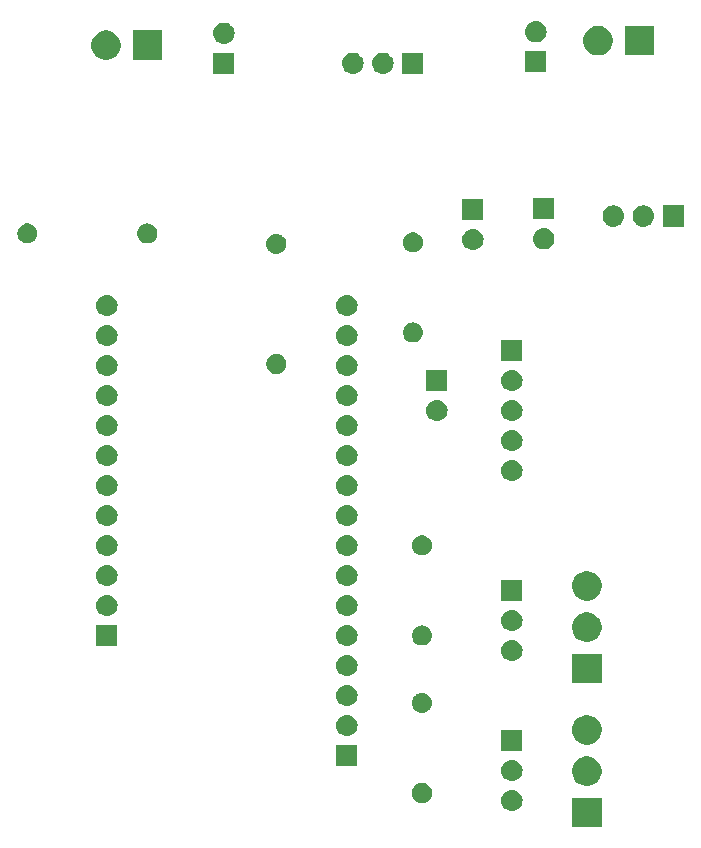
<source format=gbr>
G04 #@! TF.GenerationSoftware,KiCad,Pcbnew,5.1.2-f72e74a~84~ubuntu18.04.1*
G04 #@! TF.CreationDate,2019-07-30T15:07:21-04:00*
G04 #@! TF.ProjectId,knuth-gateway,6b6e7574-682d-4676-9174-657761792e6b,rev?*
G04 #@! TF.SameCoordinates,Original*
G04 #@! TF.FileFunction,Soldermask,Bot*
G04 #@! TF.FilePolarity,Negative*
%FSLAX46Y46*%
G04 Gerber Fmt 4.6, Leading zero omitted, Abs format (unit mm)*
G04 Created by KiCad (PCBNEW 5.1.2-f72e74a~84~ubuntu18.04.1) date 2019-07-30 15:07:21*
%MOMM*%
%LPD*%
G04 APERTURE LIST*
%ADD10C,0.100000*%
G04 APERTURE END LIST*
D10*
G36*
X260331000Y-119107000D02*
G01*
X257829000Y-119107000D01*
X257829000Y-116605000D01*
X260331000Y-116605000D01*
X260331000Y-119107000D01*
X260331000Y-119107000D01*
G37*
G36*
X252840442Y-115945518D02*
G01*
X252906627Y-115952037D01*
X253076466Y-116003557D01*
X253232991Y-116087222D01*
X253268729Y-116116552D01*
X253370186Y-116199814D01*
X253443226Y-116288815D01*
X253482778Y-116337009D01*
X253566443Y-116493534D01*
X253617963Y-116663373D01*
X253635359Y-116840000D01*
X253617963Y-117016627D01*
X253566443Y-117186466D01*
X253482778Y-117342991D01*
X253453448Y-117378729D01*
X253370186Y-117480186D01*
X253268729Y-117563448D01*
X253232991Y-117592778D01*
X253076466Y-117676443D01*
X252906627Y-117727963D01*
X252840442Y-117734482D01*
X252774260Y-117741000D01*
X252685740Y-117741000D01*
X252619558Y-117734482D01*
X252553373Y-117727963D01*
X252383534Y-117676443D01*
X252227009Y-117592778D01*
X252191271Y-117563448D01*
X252089814Y-117480186D01*
X252006552Y-117378729D01*
X251977222Y-117342991D01*
X251893557Y-117186466D01*
X251842037Y-117016627D01*
X251824641Y-116840000D01*
X251842037Y-116663373D01*
X251893557Y-116493534D01*
X251977222Y-116337009D01*
X252016774Y-116288815D01*
X252089814Y-116199814D01*
X252191271Y-116116552D01*
X252227009Y-116087222D01*
X252383534Y-116003557D01*
X252553373Y-115952037D01*
X252619558Y-115945518D01*
X252685740Y-115939000D01*
X252774260Y-115939000D01*
X252840442Y-115945518D01*
X252840442Y-115945518D01*
G37*
G36*
X245358228Y-115386703D02*
G01*
X245513100Y-115450853D01*
X245652481Y-115543985D01*
X245771015Y-115662519D01*
X245864147Y-115801900D01*
X245928297Y-115956772D01*
X245961000Y-116121184D01*
X245961000Y-116288816D01*
X245928297Y-116453228D01*
X245864147Y-116608100D01*
X245771015Y-116747481D01*
X245652481Y-116866015D01*
X245513100Y-116959147D01*
X245358228Y-117023297D01*
X245193816Y-117056000D01*
X245026184Y-117056000D01*
X244861772Y-117023297D01*
X244706900Y-116959147D01*
X244567519Y-116866015D01*
X244448985Y-116747481D01*
X244355853Y-116608100D01*
X244291703Y-116453228D01*
X244259000Y-116288816D01*
X244259000Y-116121184D01*
X244291703Y-115956772D01*
X244355853Y-115801900D01*
X244448985Y-115662519D01*
X244567519Y-115543985D01*
X244706900Y-115450853D01*
X244861772Y-115386703D01*
X245026184Y-115354000D01*
X245193816Y-115354000D01*
X245358228Y-115386703D01*
X245358228Y-115386703D01*
G37*
G36*
X259444903Y-113153075D02*
G01*
X259672571Y-113247378D01*
X259877466Y-113384285D01*
X260051715Y-113558534D01*
X260188622Y-113763429D01*
X260282925Y-113991097D01*
X260331000Y-114232787D01*
X260331000Y-114479213D01*
X260282925Y-114720903D01*
X260188622Y-114948571D01*
X260051715Y-115153466D01*
X259877466Y-115327715D01*
X259672571Y-115464622D01*
X259672570Y-115464623D01*
X259672569Y-115464623D01*
X259444903Y-115558925D01*
X259203214Y-115607000D01*
X258956786Y-115607000D01*
X258715097Y-115558925D01*
X258487431Y-115464623D01*
X258487430Y-115464623D01*
X258487429Y-115464622D01*
X258282534Y-115327715D01*
X258108285Y-115153466D01*
X257971378Y-114948571D01*
X257877075Y-114720903D01*
X257829000Y-114479213D01*
X257829000Y-114232787D01*
X257877075Y-113991097D01*
X257971378Y-113763429D01*
X258108285Y-113558534D01*
X258282534Y-113384285D01*
X258487429Y-113247378D01*
X258715097Y-113153075D01*
X258956786Y-113105000D01*
X259203214Y-113105000D01*
X259444903Y-113153075D01*
X259444903Y-113153075D01*
G37*
G36*
X252840443Y-113405519D02*
G01*
X252906627Y-113412037D01*
X253076466Y-113463557D01*
X253232991Y-113547222D01*
X253246777Y-113558536D01*
X253370186Y-113659814D01*
X253453448Y-113761271D01*
X253482778Y-113797009D01*
X253566443Y-113953534D01*
X253617963Y-114123373D01*
X253635359Y-114300000D01*
X253617963Y-114476627D01*
X253566443Y-114646466D01*
X253482778Y-114802991D01*
X253453448Y-114838729D01*
X253370186Y-114940186D01*
X253268729Y-115023448D01*
X253232991Y-115052778D01*
X253076466Y-115136443D01*
X252906627Y-115187963D01*
X252840442Y-115194482D01*
X252774260Y-115201000D01*
X252685740Y-115201000D01*
X252619558Y-115194482D01*
X252553373Y-115187963D01*
X252383534Y-115136443D01*
X252227009Y-115052778D01*
X252191271Y-115023448D01*
X252089814Y-114940186D01*
X252006552Y-114838729D01*
X251977222Y-114802991D01*
X251893557Y-114646466D01*
X251842037Y-114476627D01*
X251824641Y-114300000D01*
X251842037Y-114123373D01*
X251893557Y-113953534D01*
X251977222Y-113797009D01*
X252006552Y-113761271D01*
X252089814Y-113659814D01*
X252213223Y-113558536D01*
X252227009Y-113547222D01*
X252383534Y-113463557D01*
X252553373Y-113412037D01*
X252619557Y-113405519D01*
X252685740Y-113399000D01*
X252774260Y-113399000D01*
X252840443Y-113405519D01*
X252840443Y-113405519D01*
G37*
G36*
X239661000Y-113931000D02*
G01*
X237859000Y-113931000D01*
X237859000Y-112129000D01*
X239661000Y-112129000D01*
X239661000Y-113931000D01*
X239661000Y-113931000D01*
G37*
G36*
X253631000Y-112661000D02*
G01*
X251829000Y-112661000D01*
X251829000Y-110859000D01*
X253631000Y-110859000D01*
X253631000Y-112661000D01*
X253631000Y-112661000D01*
G37*
G36*
X259444903Y-109653075D02*
G01*
X259648053Y-109737222D01*
X259672571Y-109747378D01*
X259877466Y-109884285D01*
X260051715Y-110058534D01*
X260051716Y-110058536D01*
X260188623Y-110263431D01*
X260282925Y-110491097D01*
X260331000Y-110732786D01*
X260331000Y-110979214D01*
X260300970Y-111130185D01*
X260282925Y-111220903D01*
X260188622Y-111448571D01*
X260051715Y-111653466D01*
X259877466Y-111827715D01*
X259672571Y-111964622D01*
X259672570Y-111964623D01*
X259672569Y-111964623D01*
X259444903Y-112058925D01*
X259203214Y-112107000D01*
X258956786Y-112107000D01*
X258715097Y-112058925D01*
X258487431Y-111964623D01*
X258487430Y-111964623D01*
X258487429Y-111964622D01*
X258282534Y-111827715D01*
X258108285Y-111653466D01*
X257971378Y-111448571D01*
X257877075Y-111220903D01*
X257859030Y-111130185D01*
X257829000Y-110979214D01*
X257829000Y-110732786D01*
X257877075Y-110491097D01*
X257971377Y-110263431D01*
X258108284Y-110058536D01*
X258108285Y-110058534D01*
X258282534Y-109884285D01*
X258487429Y-109747378D01*
X258511948Y-109737222D01*
X258715097Y-109653075D01*
X258956786Y-109605000D01*
X259203214Y-109605000D01*
X259444903Y-109653075D01*
X259444903Y-109653075D01*
G37*
G36*
X238870442Y-109595518D02*
G01*
X238936627Y-109602037D01*
X239106466Y-109653557D01*
X239262991Y-109737222D01*
X239275366Y-109747378D01*
X239400186Y-109849814D01*
X239483448Y-109951271D01*
X239512778Y-109987009D01*
X239596443Y-110143534D01*
X239647963Y-110313373D01*
X239665359Y-110490000D01*
X239647963Y-110666627D01*
X239596443Y-110836466D01*
X239512778Y-110992991D01*
X239483448Y-111028729D01*
X239400186Y-111130186D01*
X239298729Y-111213448D01*
X239262991Y-111242778D01*
X239106466Y-111326443D01*
X238936627Y-111377963D01*
X238870443Y-111384481D01*
X238804260Y-111391000D01*
X238715740Y-111391000D01*
X238649557Y-111384481D01*
X238583373Y-111377963D01*
X238413534Y-111326443D01*
X238257009Y-111242778D01*
X238221271Y-111213448D01*
X238119814Y-111130186D01*
X238036552Y-111028729D01*
X238007222Y-110992991D01*
X237923557Y-110836466D01*
X237872037Y-110666627D01*
X237854641Y-110490000D01*
X237872037Y-110313373D01*
X237923557Y-110143534D01*
X238007222Y-109987009D01*
X238036552Y-109951271D01*
X238119814Y-109849814D01*
X238244634Y-109747378D01*
X238257009Y-109737222D01*
X238413534Y-109653557D01*
X238583373Y-109602037D01*
X238649558Y-109595518D01*
X238715740Y-109589000D01*
X238804260Y-109589000D01*
X238870442Y-109595518D01*
X238870442Y-109595518D01*
G37*
G36*
X245276823Y-107746313D02*
G01*
X245437242Y-107794976D01*
X245569906Y-107865886D01*
X245585078Y-107873996D01*
X245714659Y-107980341D01*
X245821004Y-108109922D01*
X245821005Y-108109924D01*
X245900024Y-108257758D01*
X245948687Y-108418177D01*
X245965117Y-108585000D01*
X245948687Y-108751823D01*
X245900024Y-108912242D01*
X245829114Y-109044906D01*
X245821004Y-109060078D01*
X245714659Y-109189659D01*
X245585078Y-109296004D01*
X245585076Y-109296005D01*
X245437242Y-109375024D01*
X245276823Y-109423687D01*
X245151804Y-109436000D01*
X245068196Y-109436000D01*
X244943177Y-109423687D01*
X244782758Y-109375024D01*
X244634924Y-109296005D01*
X244634922Y-109296004D01*
X244505341Y-109189659D01*
X244398996Y-109060078D01*
X244390886Y-109044906D01*
X244319976Y-108912242D01*
X244271313Y-108751823D01*
X244254883Y-108585000D01*
X244271313Y-108418177D01*
X244319976Y-108257758D01*
X244398995Y-108109924D01*
X244398996Y-108109922D01*
X244505341Y-107980341D01*
X244634922Y-107873996D01*
X244650094Y-107865886D01*
X244782758Y-107794976D01*
X244943177Y-107746313D01*
X245068196Y-107734000D01*
X245151804Y-107734000D01*
X245276823Y-107746313D01*
X245276823Y-107746313D01*
G37*
G36*
X238870442Y-107055518D02*
G01*
X238936627Y-107062037D01*
X239106466Y-107113557D01*
X239262991Y-107197222D01*
X239298729Y-107226552D01*
X239400186Y-107309814D01*
X239483448Y-107411271D01*
X239512778Y-107447009D01*
X239596443Y-107603534D01*
X239647963Y-107773373D01*
X239665359Y-107950000D01*
X239647963Y-108126627D01*
X239596443Y-108296466D01*
X239512778Y-108452991D01*
X239483448Y-108488729D01*
X239400186Y-108590186D01*
X239298729Y-108673448D01*
X239262991Y-108702778D01*
X239106466Y-108786443D01*
X238936627Y-108837963D01*
X238870442Y-108844482D01*
X238804260Y-108851000D01*
X238715740Y-108851000D01*
X238649558Y-108844482D01*
X238583373Y-108837963D01*
X238413534Y-108786443D01*
X238257009Y-108702778D01*
X238221271Y-108673448D01*
X238119814Y-108590186D01*
X238036552Y-108488729D01*
X238007222Y-108452991D01*
X237923557Y-108296466D01*
X237872037Y-108126627D01*
X237854641Y-107950000D01*
X237872037Y-107773373D01*
X237923557Y-107603534D01*
X238007222Y-107447009D01*
X238036552Y-107411271D01*
X238119814Y-107309814D01*
X238221271Y-107226552D01*
X238257009Y-107197222D01*
X238413534Y-107113557D01*
X238583373Y-107062037D01*
X238649558Y-107055518D01*
X238715740Y-107049000D01*
X238804260Y-107049000D01*
X238870442Y-107055518D01*
X238870442Y-107055518D01*
G37*
G36*
X260331000Y-106915000D02*
G01*
X257829000Y-106915000D01*
X257829000Y-104413000D01*
X260331000Y-104413000D01*
X260331000Y-106915000D01*
X260331000Y-106915000D01*
G37*
G36*
X238870443Y-104515519D02*
G01*
X238936627Y-104522037D01*
X239106466Y-104573557D01*
X239262991Y-104657222D01*
X239298729Y-104686552D01*
X239400186Y-104769814D01*
X239483448Y-104871271D01*
X239512778Y-104907009D01*
X239596443Y-105063534D01*
X239647963Y-105233373D01*
X239665359Y-105410000D01*
X239647963Y-105586627D01*
X239596443Y-105756466D01*
X239512778Y-105912991D01*
X239483448Y-105948729D01*
X239400186Y-106050186D01*
X239298729Y-106133448D01*
X239262991Y-106162778D01*
X239106466Y-106246443D01*
X238936627Y-106297963D01*
X238870442Y-106304482D01*
X238804260Y-106311000D01*
X238715740Y-106311000D01*
X238649558Y-106304482D01*
X238583373Y-106297963D01*
X238413534Y-106246443D01*
X238257009Y-106162778D01*
X238221271Y-106133448D01*
X238119814Y-106050186D01*
X238036552Y-105948729D01*
X238007222Y-105912991D01*
X237923557Y-105756466D01*
X237872037Y-105586627D01*
X237854641Y-105410000D01*
X237872037Y-105233373D01*
X237923557Y-105063534D01*
X238007222Y-104907009D01*
X238036552Y-104871271D01*
X238119814Y-104769814D01*
X238221271Y-104686552D01*
X238257009Y-104657222D01*
X238413534Y-104573557D01*
X238583373Y-104522037D01*
X238649557Y-104515519D01*
X238715740Y-104509000D01*
X238804260Y-104509000D01*
X238870443Y-104515519D01*
X238870443Y-104515519D01*
G37*
G36*
X252840443Y-103245519D02*
G01*
X252906627Y-103252037D01*
X253076466Y-103303557D01*
X253232991Y-103387222D01*
X253266838Y-103415000D01*
X253370186Y-103499814D01*
X253453448Y-103601271D01*
X253482778Y-103637009D01*
X253566443Y-103793534D01*
X253617963Y-103963373D01*
X253635359Y-104140000D01*
X253617963Y-104316627D01*
X253566443Y-104486466D01*
X253482778Y-104642991D01*
X253453448Y-104678729D01*
X253370186Y-104780186D01*
X253268729Y-104863448D01*
X253232991Y-104892778D01*
X253076466Y-104976443D01*
X252906627Y-105027963D01*
X252840442Y-105034482D01*
X252774260Y-105041000D01*
X252685740Y-105041000D01*
X252619557Y-105034481D01*
X252553373Y-105027963D01*
X252383534Y-104976443D01*
X252227009Y-104892778D01*
X252191271Y-104863448D01*
X252089814Y-104780186D01*
X252006552Y-104678729D01*
X251977222Y-104642991D01*
X251893557Y-104486466D01*
X251842037Y-104316627D01*
X251824641Y-104140000D01*
X251842037Y-103963373D01*
X251893557Y-103793534D01*
X251977222Y-103637009D01*
X252006552Y-103601271D01*
X252089814Y-103499814D01*
X252193162Y-103415000D01*
X252227009Y-103387222D01*
X252383534Y-103303557D01*
X252553373Y-103252037D01*
X252619558Y-103245518D01*
X252685740Y-103239000D01*
X252774260Y-103239000D01*
X252840443Y-103245519D01*
X252840443Y-103245519D01*
G37*
G36*
X238870442Y-101975518D02*
G01*
X238936627Y-101982037D01*
X239106466Y-102033557D01*
X239106468Y-102033558D01*
X239119992Y-102040787D01*
X239262991Y-102117222D01*
X239298729Y-102146552D01*
X239400186Y-102229814D01*
X239483448Y-102331271D01*
X239512778Y-102367009D01*
X239596443Y-102523534D01*
X239647963Y-102693373D01*
X239665359Y-102870000D01*
X239647963Y-103046627D01*
X239596443Y-103216466D01*
X239512778Y-103372991D01*
X239483448Y-103408729D01*
X239400186Y-103510186D01*
X239298729Y-103593448D01*
X239262991Y-103622778D01*
X239106466Y-103706443D01*
X238936627Y-103757963D01*
X238870443Y-103764481D01*
X238804260Y-103771000D01*
X238715740Y-103771000D01*
X238649557Y-103764481D01*
X238583373Y-103757963D01*
X238413534Y-103706443D01*
X238257009Y-103622778D01*
X238221271Y-103593448D01*
X238119814Y-103510186D01*
X238036552Y-103408729D01*
X238007222Y-103372991D01*
X237923557Y-103216466D01*
X237872037Y-103046627D01*
X237854641Y-102870000D01*
X237872037Y-102693373D01*
X237923557Y-102523534D01*
X238007222Y-102367009D01*
X238036552Y-102331271D01*
X238119814Y-102229814D01*
X238221271Y-102146552D01*
X238257009Y-102117222D01*
X238400008Y-102040787D01*
X238413532Y-102033558D01*
X238413534Y-102033557D01*
X238583373Y-101982037D01*
X238649558Y-101975518D01*
X238715740Y-101969000D01*
X238804260Y-101969000D01*
X238870442Y-101975518D01*
X238870442Y-101975518D01*
G37*
G36*
X219341000Y-103771000D02*
G01*
X217539000Y-103771000D01*
X217539000Y-101969000D01*
X219341000Y-101969000D01*
X219341000Y-103771000D01*
X219341000Y-103771000D01*
G37*
G36*
X245276823Y-102031313D02*
G01*
X245437242Y-102079976D01*
X245506922Y-102117221D01*
X245585078Y-102158996D01*
X245714659Y-102265341D01*
X245821004Y-102394922D01*
X245821005Y-102394924D01*
X245900024Y-102542758D01*
X245948687Y-102703177D01*
X245965117Y-102870000D01*
X245948687Y-103036823D01*
X245900024Y-103197242D01*
X245859732Y-103272623D01*
X245821004Y-103345078D01*
X245714659Y-103474659D01*
X245585078Y-103581004D01*
X245585076Y-103581005D01*
X245437242Y-103660024D01*
X245276823Y-103708687D01*
X245151804Y-103721000D01*
X245068196Y-103721000D01*
X244943177Y-103708687D01*
X244782758Y-103660024D01*
X244634924Y-103581005D01*
X244634922Y-103581004D01*
X244505341Y-103474659D01*
X244398996Y-103345078D01*
X244360268Y-103272623D01*
X244319976Y-103197242D01*
X244271313Y-103036823D01*
X244254883Y-102870000D01*
X244271313Y-102703177D01*
X244319976Y-102542758D01*
X244398995Y-102394924D01*
X244398996Y-102394922D01*
X244505341Y-102265341D01*
X244634922Y-102158996D01*
X244713078Y-102117221D01*
X244782758Y-102079976D01*
X244943177Y-102031313D01*
X245068196Y-102019000D01*
X245151804Y-102019000D01*
X245276823Y-102031313D01*
X245276823Y-102031313D01*
G37*
G36*
X259438564Y-100959814D02*
G01*
X259444903Y-100961075D01*
X259672571Y-101055378D01*
X259877466Y-101192285D01*
X260051715Y-101366534D01*
X260089695Y-101423375D01*
X260188623Y-101571431D01*
X260282925Y-101799097D01*
X260331000Y-102040786D01*
X260331000Y-102287214D01*
X260282925Y-102528903D01*
X260210739Y-102703177D01*
X260188622Y-102756571D01*
X260051715Y-102961466D01*
X259877466Y-103135715D01*
X259672571Y-103272622D01*
X259672570Y-103272623D01*
X259672569Y-103272623D01*
X259444903Y-103366925D01*
X259203214Y-103415000D01*
X258956786Y-103415000D01*
X258715097Y-103366925D01*
X258487431Y-103272623D01*
X258487430Y-103272623D01*
X258487429Y-103272622D01*
X258282534Y-103135715D01*
X258108285Y-102961466D01*
X257971378Y-102756571D01*
X257949262Y-102703177D01*
X257877075Y-102528903D01*
X257829000Y-102287214D01*
X257829000Y-102040786D01*
X257877075Y-101799097D01*
X257971377Y-101571431D01*
X258070305Y-101423375D01*
X258108285Y-101366534D01*
X258282534Y-101192285D01*
X258487429Y-101055378D01*
X258715097Y-100961075D01*
X258721436Y-100959814D01*
X258956786Y-100913000D01*
X259203214Y-100913000D01*
X259438564Y-100959814D01*
X259438564Y-100959814D01*
G37*
G36*
X252840443Y-100705519D02*
G01*
X252906627Y-100712037D01*
X253076466Y-100763557D01*
X253232991Y-100847222D01*
X253268729Y-100876552D01*
X253370186Y-100959814D01*
X253448611Y-101055377D01*
X253482778Y-101097009D01*
X253566443Y-101253534D01*
X253617963Y-101423373D01*
X253635359Y-101600000D01*
X253617963Y-101776627D01*
X253566443Y-101946466D01*
X253482778Y-102102991D01*
X253453448Y-102138729D01*
X253370186Y-102240186D01*
X253268729Y-102323448D01*
X253232991Y-102352778D01*
X253076466Y-102436443D01*
X252906627Y-102487963D01*
X252840442Y-102494482D01*
X252774260Y-102501000D01*
X252685740Y-102501000D01*
X252619558Y-102494482D01*
X252553373Y-102487963D01*
X252383534Y-102436443D01*
X252227009Y-102352778D01*
X252191271Y-102323448D01*
X252089814Y-102240186D01*
X252006552Y-102138729D01*
X251977222Y-102102991D01*
X251893557Y-101946466D01*
X251842037Y-101776627D01*
X251824641Y-101600000D01*
X251842037Y-101423373D01*
X251893557Y-101253534D01*
X251977222Y-101097009D01*
X252011389Y-101055377D01*
X252089814Y-100959814D01*
X252191271Y-100876552D01*
X252227009Y-100847222D01*
X252383534Y-100763557D01*
X252553373Y-100712037D01*
X252619557Y-100705519D01*
X252685740Y-100699000D01*
X252774260Y-100699000D01*
X252840443Y-100705519D01*
X252840443Y-100705519D01*
G37*
G36*
X238870443Y-99435519D02*
G01*
X238936627Y-99442037D01*
X239106466Y-99493557D01*
X239262991Y-99577222D01*
X239298729Y-99606552D01*
X239400186Y-99689814D01*
X239483448Y-99791271D01*
X239512778Y-99827009D01*
X239596443Y-99983534D01*
X239647963Y-100153373D01*
X239665359Y-100330000D01*
X239647963Y-100506627D01*
X239596443Y-100676466D01*
X239512778Y-100832991D01*
X239483448Y-100868729D01*
X239400186Y-100970186D01*
X239298729Y-101053448D01*
X239262991Y-101082778D01*
X239106466Y-101166443D01*
X238936627Y-101217963D01*
X238870443Y-101224481D01*
X238804260Y-101231000D01*
X238715740Y-101231000D01*
X238649558Y-101224482D01*
X238583373Y-101217963D01*
X238413534Y-101166443D01*
X238257009Y-101082778D01*
X238221271Y-101053448D01*
X238119814Y-100970186D01*
X238036552Y-100868729D01*
X238007222Y-100832991D01*
X237923557Y-100676466D01*
X237872037Y-100506627D01*
X237854641Y-100330000D01*
X237872037Y-100153373D01*
X237923557Y-99983534D01*
X238007222Y-99827009D01*
X238036552Y-99791271D01*
X238119814Y-99689814D01*
X238221271Y-99606552D01*
X238257009Y-99577222D01*
X238413534Y-99493557D01*
X238583373Y-99442037D01*
X238649558Y-99435518D01*
X238715740Y-99429000D01*
X238804260Y-99429000D01*
X238870443Y-99435519D01*
X238870443Y-99435519D01*
G37*
G36*
X218550443Y-99435519D02*
G01*
X218616627Y-99442037D01*
X218786466Y-99493557D01*
X218942991Y-99577222D01*
X218978729Y-99606552D01*
X219080186Y-99689814D01*
X219163448Y-99791271D01*
X219192778Y-99827009D01*
X219276443Y-99983534D01*
X219327963Y-100153373D01*
X219345359Y-100330000D01*
X219327963Y-100506627D01*
X219276443Y-100676466D01*
X219192778Y-100832991D01*
X219163448Y-100868729D01*
X219080186Y-100970186D01*
X218978729Y-101053448D01*
X218942991Y-101082778D01*
X218786466Y-101166443D01*
X218616627Y-101217963D01*
X218550443Y-101224481D01*
X218484260Y-101231000D01*
X218395740Y-101231000D01*
X218329558Y-101224482D01*
X218263373Y-101217963D01*
X218093534Y-101166443D01*
X217937009Y-101082778D01*
X217901271Y-101053448D01*
X217799814Y-100970186D01*
X217716552Y-100868729D01*
X217687222Y-100832991D01*
X217603557Y-100676466D01*
X217552037Y-100506627D01*
X217534641Y-100330000D01*
X217552037Y-100153373D01*
X217603557Y-99983534D01*
X217687222Y-99827009D01*
X217716552Y-99791271D01*
X217799814Y-99689814D01*
X217901271Y-99606552D01*
X217937009Y-99577222D01*
X218093534Y-99493557D01*
X218263373Y-99442037D01*
X218329558Y-99435518D01*
X218395740Y-99429000D01*
X218484260Y-99429000D01*
X218550443Y-99435519D01*
X218550443Y-99435519D01*
G37*
G36*
X253631000Y-99961000D02*
G01*
X251829000Y-99961000D01*
X251829000Y-98159000D01*
X253631000Y-98159000D01*
X253631000Y-99961000D01*
X253631000Y-99961000D01*
G37*
G36*
X259444903Y-97461075D02*
G01*
X259672571Y-97555378D01*
X259877466Y-97692285D01*
X260051715Y-97866534D01*
X260188622Y-98071429D01*
X260282925Y-98299097D01*
X260331000Y-98540787D01*
X260331000Y-98787213D01*
X260282925Y-99028903D01*
X260188622Y-99256571D01*
X260051715Y-99461466D01*
X259877466Y-99635715D01*
X259672571Y-99772622D01*
X259672570Y-99772623D01*
X259672569Y-99772623D01*
X259444903Y-99866925D01*
X259203214Y-99915000D01*
X258956786Y-99915000D01*
X258715097Y-99866925D01*
X258487431Y-99772623D01*
X258487430Y-99772623D01*
X258487429Y-99772622D01*
X258282534Y-99635715D01*
X258108285Y-99461466D01*
X257971378Y-99256571D01*
X257877075Y-99028903D01*
X257829000Y-98787213D01*
X257829000Y-98540787D01*
X257877075Y-98299097D01*
X257971378Y-98071429D01*
X258108285Y-97866534D01*
X258282534Y-97692285D01*
X258487429Y-97555378D01*
X258715097Y-97461075D01*
X258956786Y-97413000D01*
X259203214Y-97413000D01*
X259444903Y-97461075D01*
X259444903Y-97461075D01*
G37*
G36*
X218550442Y-96895518D02*
G01*
X218616627Y-96902037D01*
X218786466Y-96953557D01*
X218942991Y-97037222D01*
X218978729Y-97066552D01*
X219080186Y-97149814D01*
X219163448Y-97251271D01*
X219192778Y-97287009D01*
X219276443Y-97443534D01*
X219327963Y-97613373D01*
X219345359Y-97790000D01*
X219327963Y-97966627D01*
X219276443Y-98136466D01*
X219192778Y-98292991D01*
X219163448Y-98328729D01*
X219080186Y-98430186D01*
X218978729Y-98513448D01*
X218942991Y-98542778D01*
X218786466Y-98626443D01*
X218616627Y-98677963D01*
X218550442Y-98684482D01*
X218484260Y-98691000D01*
X218395740Y-98691000D01*
X218329558Y-98684482D01*
X218263373Y-98677963D01*
X218093534Y-98626443D01*
X217937009Y-98542778D01*
X217901271Y-98513448D01*
X217799814Y-98430186D01*
X217716552Y-98328729D01*
X217687222Y-98292991D01*
X217603557Y-98136466D01*
X217552037Y-97966627D01*
X217534641Y-97790000D01*
X217552037Y-97613373D01*
X217603557Y-97443534D01*
X217687222Y-97287009D01*
X217716552Y-97251271D01*
X217799814Y-97149814D01*
X217901271Y-97066552D01*
X217937009Y-97037222D01*
X218093534Y-96953557D01*
X218263373Y-96902037D01*
X218329558Y-96895518D01*
X218395740Y-96889000D01*
X218484260Y-96889000D01*
X218550442Y-96895518D01*
X218550442Y-96895518D01*
G37*
G36*
X238870442Y-96895518D02*
G01*
X238936627Y-96902037D01*
X239106466Y-96953557D01*
X239262991Y-97037222D01*
X239298729Y-97066552D01*
X239400186Y-97149814D01*
X239483448Y-97251271D01*
X239512778Y-97287009D01*
X239596443Y-97443534D01*
X239647963Y-97613373D01*
X239665359Y-97790000D01*
X239647963Y-97966627D01*
X239596443Y-98136466D01*
X239512778Y-98292991D01*
X239483448Y-98328729D01*
X239400186Y-98430186D01*
X239298729Y-98513448D01*
X239262991Y-98542778D01*
X239106466Y-98626443D01*
X238936627Y-98677963D01*
X238870442Y-98684482D01*
X238804260Y-98691000D01*
X238715740Y-98691000D01*
X238649558Y-98684482D01*
X238583373Y-98677963D01*
X238413534Y-98626443D01*
X238257009Y-98542778D01*
X238221271Y-98513448D01*
X238119814Y-98430186D01*
X238036552Y-98328729D01*
X238007222Y-98292991D01*
X237923557Y-98136466D01*
X237872037Y-97966627D01*
X237854641Y-97790000D01*
X237872037Y-97613373D01*
X237923557Y-97443534D01*
X238007222Y-97287009D01*
X238036552Y-97251271D01*
X238119814Y-97149814D01*
X238221271Y-97066552D01*
X238257009Y-97037222D01*
X238413534Y-96953557D01*
X238583373Y-96902037D01*
X238649558Y-96895518D01*
X238715740Y-96889000D01*
X238804260Y-96889000D01*
X238870442Y-96895518D01*
X238870442Y-96895518D01*
G37*
G36*
X238870442Y-94355518D02*
G01*
X238936627Y-94362037D01*
X239106466Y-94413557D01*
X239262991Y-94497222D01*
X239298729Y-94526552D01*
X239400186Y-94609814D01*
X239480369Y-94707519D01*
X239512778Y-94747009D01*
X239596443Y-94903534D01*
X239647963Y-95073373D01*
X239665359Y-95250000D01*
X239647963Y-95426627D01*
X239596443Y-95596466D01*
X239512778Y-95752991D01*
X239483448Y-95788729D01*
X239400186Y-95890186D01*
X239298729Y-95973448D01*
X239262991Y-96002778D01*
X239106466Y-96086443D01*
X238936627Y-96137963D01*
X238870443Y-96144481D01*
X238804260Y-96151000D01*
X238715740Y-96151000D01*
X238649558Y-96144482D01*
X238583373Y-96137963D01*
X238413534Y-96086443D01*
X238257009Y-96002778D01*
X238221271Y-95973448D01*
X238119814Y-95890186D01*
X238036552Y-95788729D01*
X238007222Y-95752991D01*
X237923557Y-95596466D01*
X237872037Y-95426627D01*
X237854641Y-95250000D01*
X237872037Y-95073373D01*
X237923557Y-94903534D01*
X238007222Y-94747009D01*
X238039631Y-94707519D01*
X238119814Y-94609814D01*
X238221271Y-94526552D01*
X238257009Y-94497222D01*
X238413534Y-94413557D01*
X238583373Y-94362037D01*
X238649557Y-94355519D01*
X238715740Y-94349000D01*
X238804260Y-94349000D01*
X238870442Y-94355518D01*
X238870442Y-94355518D01*
G37*
G36*
X218550442Y-94355518D02*
G01*
X218616627Y-94362037D01*
X218786466Y-94413557D01*
X218942991Y-94497222D01*
X218978729Y-94526552D01*
X219080186Y-94609814D01*
X219160369Y-94707519D01*
X219192778Y-94747009D01*
X219276443Y-94903534D01*
X219327963Y-95073373D01*
X219345359Y-95250000D01*
X219327963Y-95426627D01*
X219276443Y-95596466D01*
X219192778Y-95752991D01*
X219163448Y-95788729D01*
X219080186Y-95890186D01*
X218978729Y-95973448D01*
X218942991Y-96002778D01*
X218786466Y-96086443D01*
X218616627Y-96137963D01*
X218550443Y-96144481D01*
X218484260Y-96151000D01*
X218395740Y-96151000D01*
X218329558Y-96144482D01*
X218263373Y-96137963D01*
X218093534Y-96086443D01*
X217937009Y-96002778D01*
X217901271Y-95973448D01*
X217799814Y-95890186D01*
X217716552Y-95788729D01*
X217687222Y-95752991D01*
X217603557Y-95596466D01*
X217552037Y-95426627D01*
X217534641Y-95250000D01*
X217552037Y-95073373D01*
X217603557Y-94903534D01*
X217687222Y-94747009D01*
X217719631Y-94707519D01*
X217799814Y-94609814D01*
X217901271Y-94526552D01*
X217937009Y-94497222D01*
X218093534Y-94413557D01*
X218263373Y-94362037D01*
X218329557Y-94355519D01*
X218395740Y-94349000D01*
X218484260Y-94349000D01*
X218550442Y-94355518D01*
X218550442Y-94355518D01*
G37*
G36*
X245358228Y-94431703D02*
G01*
X245513100Y-94495853D01*
X245652481Y-94588985D01*
X245771015Y-94707519D01*
X245864147Y-94846900D01*
X245928297Y-95001772D01*
X245961000Y-95166184D01*
X245961000Y-95333816D01*
X245928297Y-95498228D01*
X245864147Y-95653100D01*
X245771015Y-95792481D01*
X245652481Y-95911015D01*
X245513100Y-96004147D01*
X245358228Y-96068297D01*
X245193816Y-96101000D01*
X245026184Y-96101000D01*
X244861772Y-96068297D01*
X244706900Y-96004147D01*
X244567519Y-95911015D01*
X244448985Y-95792481D01*
X244355853Y-95653100D01*
X244291703Y-95498228D01*
X244259000Y-95333816D01*
X244259000Y-95166184D01*
X244291703Y-95001772D01*
X244355853Y-94846900D01*
X244448985Y-94707519D01*
X244567519Y-94588985D01*
X244706900Y-94495853D01*
X244861772Y-94431703D01*
X245026184Y-94399000D01*
X245193816Y-94399000D01*
X245358228Y-94431703D01*
X245358228Y-94431703D01*
G37*
G36*
X218550442Y-91815518D02*
G01*
X218616627Y-91822037D01*
X218786466Y-91873557D01*
X218942991Y-91957222D01*
X218978729Y-91986552D01*
X219080186Y-92069814D01*
X219163448Y-92171271D01*
X219192778Y-92207009D01*
X219276443Y-92363534D01*
X219327963Y-92533373D01*
X219345359Y-92710000D01*
X219327963Y-92886627D01*
X219276443Y-93056466D01*
X219192778Y-93212991D01*
X219163448Y-93248729D01*
X219080186Y-93350186D01*
X218978729Y-93433448D01*
X218942991Y-93462778D01*
X218786466Y-93546443D01*
X218616627Y-93597963D01*
X218550442Y-93604482D01*
X218484260Y-93611000D01*
X218395740Y-93611000D01*
X218329557Y-93604481D01*
X218263373Y-93597963D01*
X218093534Y-93546443D01*
X217937009Y-93462778D01*
X217901271Y-93433448D01*
X217799814Y-93350186D01*
X217716552Y-93248729D01*
X217687222Y-93212991D01*
X217603557Y-93056466D01*
X217552037Y-92886627D01*
X217534641Y-92710000D01*
X217552037Y-92533373D01*
X217603557Y-92363534D01*
X217687222Y-92207009D01*
X217716552Y-92171271D01*
X217799814Y-92069814D01*
X217901271Y-91986552D01*
X217937009Y-91957222D01*
X218093534Y-91873557D01*
X218263373Y-91822037D01*
X218329558Y-91815518D01*
X218395740Y-91809000D01*
X218484260Y-91809000D01*
X218550442Y-91815518D01*
X218550442Y-91815518D01*
G37*
G36*
X238870442Y-91815518D02*
G01*
X238936627Y-91822037D01*
X239106466Y-91873557D01*
X239262991Y-91957222D01*
X239298729Y-91986552D01*
X239400186Y-92069814D01*
X239483448Y-92171271D01*
X239512778Y-92207009D01*
X239596443Y-92363534D01*
X239647963Y-92533373D01*
X239665359Y-92710000D01*
X239647963Y-92886627D01*
X239596443Y-93056466D01*
X239512778Y-93212991D01*
X239483448Y-93248729D01*
X239400186Y-93350186D01*
X239298729Y-93433448D01*
X239262991Y-93462778D01*
X239106466Y-93546443D01*
X238936627Y-93597963D01*
X238870442Y-93604482D01*
X238804260Y-93611000D01*
X238715740Y-93611000D01*
X238649557Y-93604481D01*
X238583373Y-93597963D01*
X238413534Y-93546443D01*
X238257009Y-93462778D01*
X238221271Y-93433448D01*
X238119814Y-93350186D01*
X238036552Y-93248729D01*
X238007222Y-93212991D01*
X237923557Y-93056466D01*
X237872037Y-92886627D01*
X237854641Y-92710000D01*
X237872037Y-92533373D01*
X237923557Y-92363534D01*
X238007222Y-92207009D01*
X238036552Y-92171271D01*
X238119814Y-92069814D01*
X238221271Y-91986552D01*
X238257009Y-91957222D01*
X238413534Y-91873557D01*
X238583373Y-91822037D01*
X238649558Y-91815518D01*
X238715740Y-91809000D01*
X238804260Y-91809000D01*
X238870442Y-91815518D01*
X238870442Y-91815518D01*
G37*
G36*
X218550443Y-89275519D02*
G01*
X218616627Y-89282037D01*
X218786466Y-89333557D01*
X218942991Y-89417222D01*
X218978729Y-89446552D01*
X219080186Y-89529814D01*
X219163448Y-89631271D01*
X219192778Y-89667009D01*
X219276443Y-89823534D01*
X219327963Y-89993373D01*
X219345359Y-90170000D01*
X219327963Y-90346627D01*
X219276443Y-90516466D01*
X219192778Y-90672991D01*
X219163448Y-90708729D01*
X219080186Y-90810186D01*
X218978729Y-90893448D01*
X218942991Y-90922778D01*
X218786466Y-91006443D01*
X218616627Y-91057963D01*
X218550442Y-91064482D01*
X218484260Y-91071000D01*
X218395740Y-91071000D01*
X218329558Y-91064482D01*
X218263373Y-91057963D01*
X218093534Y-91006443D01*
X217937009Y-90922778D01*
X217901271Y-90893448D01*
X217799814Y-90810186D01*
X217716552Y-90708729D01*
X217687222Y-90672991D01*
X217603557Y-90516466D01*
X217552037Y-90346627D01*
X217534641Y-90170000D01*
X217552037Y-89993373D01*
X217603557Y-89823534D01*
X217687222Y-89667009D01*
X217716552Y-89631271D01*
X217799814Y-89529814D01*
X217901271Y-89446552D01*
X217937009Y-89417222D01*
X218093534Y-89333557D01*
X218263373Y-89282037D01*
X218329557Y-89275519D01*
X218395740Y-89269000D01*
X218484260Y-89269000D01*
X218550443Y-89275519D01*
X218550443Y-89275519D01*
G37*
G36*
X238870443Y-89275519D02*
G01*
X238936627Y-89282037D01*
X239106466Y-89333557D01*
X239262991Y-89417222D01*
X239298729Y-89446552D01*
X239400186Y-89529814D01*
X239483448Y-89631271D01*
X239512778Y-89667009D01*
X239596443Y-89823534D01*
X239647963Y-89993373D01*
X239665359Y-90170000D01*
X239647963Y-90346627D01*
X239596443Y-90516466D01*
X239512778Y-90672991D01*
X239483448Y-90708729D01*
X239400186Y-90810186D01*
X239298729Y-90893448D01*
X239262991Y-90922778D01*
X239106466Y-91006443D01*
X238936627Y-91057963D01*
X238870442Y-91064482D01*
X238804260Y-91071000D01*
X238715740Y-91071000D01*
X238649558Y-91064482D01*
X238583373Y-91057963D01*
X238413534Y-91006443D01*
X238257009Y-90922778D01*
X238221271Y-90893448D01*
X238119814Y-90810186D01*
X238036552Y-90708729D01*
X238007222Y-90672991D01*
X237923557Y-90516466D01*
X237872037Y-90346627D01*
X237854641Y-90170000D01*
X237872037Y-89993373D01*
X237923557Y-89823534D01*
X238007222Y-89667009D01*
X238036552Y-89631271D01*
X238119814Y-89529814D01*
X238221271Y-89446552D01*
X238257009Y-89417222D01*
X238413534Y-89333557D01*
X238583373Y-89282037D01*
X238649557Y-89275519D01*
X238715740Y-89269000D01*
X238804260Y-89269000D01*
X238870443Y-89275519D01*
X238870443Y-89275519D01*
G37*
G36*
X252840443Y-88005519D02*
G01*
X252906627Y-88012037D01*
X253076466Y-88063557D01*
X253232991Y-88147222D01*
X253268729Y-88176552D01*
X253370186Y-88259814D01*
X253453448Y-88361271D01*
X253482778Y-88397009D01*
X253566443Y-88553534D01*
X253617963Y-88723373D01*
X253635359Y-88900000D01*
X253617963Y-89076627D01*
X253566443Y-89246466D01*
X253482778Y-89402991D01*
X253453448Y-89438729D01*
X253370186Y-89540186D01*
X253268729Y-89623448D01*
X253232991Y-89652778D01*
X253076466Y-89736443D01*
X252906627Y-89787963D01*
X252840443Y-89794481D01*
X252774260Y-89801000D01*
X252685740Y-89801000D01*
X252619557Y-89794481D01*
X252553373Y-89787963D01*
X252383534Y-89736443D01*
X252227009Y-89652778D01*
X252191271Y-89623448D01*
X252089814Y-89540186D01*
X252006552Y-89438729D01*
X251977222Y-89402991D01*
X251893557Y-89246466D01*
X251842037Y-89076627D01*
X251824641Y-88900000D01*
X251842037Y-88723373D01*
X251893557Y-88553534D01*
X251977222Y-88397009D01*
X252006552Y-88361271D01*
X252089814Y-88259814D01*
X252191271Y-88176552D01*
X252227009Y-88147222D01*
X252383534Y-88063557D01*
X252553373Y-88012037D01*
X252619558Y-88005518D01*
X252685740Y-87999000D01*
X252774260Y-87999000D01*
X252840443Y-88005519D01*
X252840443Y-88005519D01*
G37*
G36*
X218550442Y-86735518D02*
G01*
X218616627Y-86742037D01*
X218786466Y-86793557D01*
X218942991Y-86877222D01*
X218978729Y-86906552D01*
X219080186Y-86989814D01*
X219163448Y-87091271D01*
X219192778Y-87127009D01*
X219276443Y-87283534D01*
X219327963Y-87453373D01*
X219345359Y-87630000D01*
X219327963Y-87806627D01*
X219276443Y-87976466D01*
X219192778Y-88132991D01*
X219163448Y-88168729D01*
X219080186Y-88270186D01*
X218978729Y-88353448D01*
X218942991Y-88382778D01*
X218786466Y-88466443D01*
X218616627Y-88517963D01*
X218550442Y-88524482D01*
X218484260Y-88531000D01*
X218395740Y-88531000D01*
X218329558Y-88524482D01*
X218263373Y-88517963D01*
X218093534Y-88466443D01*
X217937009Y-88382778D01*
X217901271Y-88353448D01*
X217799814Y-88270186D01*
X217716552Y-88168729D01*
X217687222Y-88132991D01*
X217603557Y-87976466D01*
X217552037Y-87806627D01*
X217534641Y-87630000D01*
X217552037Y-87453373D01*
X217603557Y-87283534D01*
X217687222Y-87127009D01*
X217716552Y-87091271D01*
X217799814Y-86989814D01*
X217901271Y-86906552D01*
X217937009Y-86877222D01*
X218093534Y-86793557D01*
X218263373Y-86742037D01*
X218329558Y-86735518D01*
X218395740Y-86729000D01*
X218484260Y-86729000D01*
X218550442Y-86735518D01*
X218550442Y-86735518D01*
G37*
G36*
X238870442Y-86735518D02*
G01*
X238936627Y-86742037D01*
X239106466Y-86793557D01*
X239262991Y-86877222D01*
X239298729Y-86906552D01*
X239400186Y-86989814D01*
X239483448Y-87091271D01*
X239512778Y-87127009D01*
X239596443Y-87283534D01*
X239647963Y-87453373D01*
X239665359Y-87630000D01*
X239647963Y-87806627D01*
X239596443Y-87976466D01*
X239512778Y-88132991D01*
X239483448Y-88168729D01*
X239400186Y-88270186D01*
X239298729Y-88353448D01*
X239262991Y-88382778D01*
X239106466Y-88466443D01*
X238936627Y-88517963D01*
X238870442Y-88524482D01*
X238804260Y-88531000D01*
X238715740Y-88531000D01*
X238649558Y-88524482D01*
X238583373Y-88517963D01*
X238413534Y-88466443D01*
X238257009Y-88382778D01*
X238221271Y-88353448D01*
X238119814Y-88270186D01*
X238036552Y-88168729D01*
X238007222Y-88132991D01*
X237923557Y-87976466D01*
X237872037Y-87806627D01*
X237854641Y-87630000D01*
X237872037Y-87453373D01*
X237923557Y-87283534D01*
X238007222Y-87127009D01*
X238036552Y-87091271D01*
X238119814Y-86989814D01*
X238221271Y-86906552D01*
X238257009Y-86877222D01*
X238413534Y-86793557D01*
X238583373Y-86742037D01*
X238649558Y-86735518D01*
X238715740Y-86729000D01*
X238804260Y-86729000D01*
X238870442Y-86735518D01*
X238870442Y-86735518D01*
G37*
G36*
X252840442Y-85465518D02*
G01*
X252906627Y-85472037D01*
X253076466Y-85523557D01*
X253232991Y-85607222D01*
X253268729Y-85636552D01*
X253370186Y-85719814D01*
X253453448Y-85821271D01*
X253482778Y-85857009D01*
X253566443Y-86013534D01*
X253617963Y-86183373D01*
X253635359Y-86360000D01*
X253617963Y-86536627D01*
X253566443Y-86706466D01*
X253482778Y-86862991D01*
X253453448Y-86898729D01*
X253370186Y-87000186D01*
X253268729Y-87083448D01*
X253232991Y-87112778D01*
X253076466Y-87196443D01*
X252906627Y-87247963D01*
X252840442Y-87254482D01*
X252774260Y-87261000D01*
X252685740Y-87261000D01*
X252619558Y-87254482D01*
X252553373Y-87247963D01*
X252383534Y-87196443D01*
X252227009Y-87112778D01*
X252191271Y-87083448D01*
X252089814Y-87000186D01*
X252006552Y-86898729D01*
X251977222Y-86862991D01*
X251893557Y-86706466D01*
X251842037Y-86536627D01*
X251824641Y-86360000D01*
X251842037Y-86183373D01*
X251893557Y-86013534D01*
X251977222Y-85857009D01*
X252006552Y-85821271D01*
X252089814Y-85719814D01*
X252191271Y-85636552D01*
X252227009Y-85607222D01*
X252383534Y-85523557D01*
X252553373Y-85472037D01*
X252619558Y-85465518D01*
X252685740Y-85459000D01*
X252774260Y-85459000D01*
X252840442Y-85465518D01*
X252840442Y-85465518D01*
G37*
G36*
X218550442Y-84195518D02*
G01*
X218616627Y-84202037D01*
X218786466Y-84253557D01*
X218942991Y-84337222D01*
X218978729Y-84366552D01*
X219080186Y-84449814D01*
X219163448Y-84551271D01*
X219192778Y-84587009D01*
X219276443Y-84743534D01*
X219327963Y-84913373D01*
X219345359Y-85090000D01*
X219327963Y-85266627D01*
X219276443Y-85436466D01*
X219192778Y-85592991D01*
X219163448Y-85628729D01*
X219080186Y-85730186D01*
X218978729Y-85813448D01*
X218942991Y-85842778D01*
X218786466Y-85926443D01*
X218616627Y-85977963D01*
X218550442Y-85984482D01*
X218484260Y-85991000D01*
X218395740Y-85991000D01*
X218329558Y-85984482D01*
X218263373Y-85977963D01*
X218093534Y-85926443D01*
X217937009Y-85842778D01*
X217901271Y-85813448D01*
X217799814Y-85730186D01*
X217716552Y-85628729D01*
X217687222Y-85592991D01*
X217603557Y-85436466D01*
X217552037Y-85266627D01*
X217534641Y-85090000D01*
X217552037Y-84913373D01*
X217603557Y-84743534D01*
X217687222Y-84587009D01*
X217716552Y-84551271D01*
X217799814Y-84449814D01*
X217901271Y-84366552D01*
X217937009Y-84337222D01*
X218093534Y-84253557D01*
X218263373Y-84202037D01*
X218329558Y-84195518D01*
X218395740Y-84189000D01*
X218484260Y-84189000D01*
X218550442Y-84195518D01*
X218550442Y-84195518D01*
G37*
G36*
X238870442Y-84195518D02*
G01*
X238936627Y-84202037D01*
X239106466Y-84253557D01*
X239262991Y-84337222D01*
X239298729Y-84366552D01*
X239400186Y-84449814D01*
X239483448Y-84551271D01*
X239512778Y-84587009D01*
X239596443Y-84743534D01*
X239647963Y-84913373D01*
X239665359Y-85090000D01*
X239647963Y-85266627D01*
X239596443Y-85436466D01*
X239512778Y-85592991D01*
X239483448Y-85628729D01*
X239400186Y-85730186D01*
X239298729Y-85813448D01*
X239262991Y-85842778D01*
X239106466Y-85926443D01*
X238936627Y-85977963D01*
X238870442Y-85984482D01*
X238804260Y-85991000D01*
X238715740Y-85991000D01*
X238649558Y-85984482D01*
X238583373Y-85977963D01*
X238413534Y-85926443D01*
X238257009Y-85842778D01*
X238221271Y-85813448D01*
X238119814Y-85730186D01*
X238036552Y-85628729D01*
X238007222Y-85592991D01*
X237923557Y-85436466D01*
X237872037Y-85266627D01*
X237854641Y-85090000D01*
X237872037Y-84913373D01*
X237923557Y-84743534D01*
X238007222Y-84587009D01*
X238036552Y-84551271D01*
X238119814Y-84449814D01*
X238221271Y-84366552D01*
X238257009Y-84337222D01*
X238413534Y-84253557D01*
X238583373Y-84202037D01*
X238649558Y-84195518D01*
X238715740Y-84189000D01*
X238804260Y-84189000D01*
X238870442Y-84195518D01*
X238870442Y-84195518D01*
G37*
G36*
X252840443Y-82925519D02*
G01*
X252906627Y-82932037D01*
X253076466Y-82983557D01*
X253232991Y-83067222D01*
X253268729Y-83096552D01*
X253370186Y-83179814D01*
X253453448Y-83281271D01*
X253482778Y-83317009D01*
X253566443Y-83473534D01*
X253617963Y-83643373D01*
X253635359Y-83820000D01*
X253617963Y-83996627D01*
X253566443Y-84166466D01*
X253482778Y-84322991D01*
X253453448Y-84358729D01*
X253370186Y-84460186D01*
X253268729Y-84543448D01*
X253232991Y-84572778D01*
X253076466Y-84656443D01*
X252906627Y-84707963D01*
X252840442Y-84714482D01*
X252774260Y-84721000D01*
X252685740Y-84721000D01*
X252619557Y-84714481D01*
X252553373Y-84707963D01*
X252383534Y-84656443D01*
X252227009Y-84572778D01*
X252191271Y-84543448D01*
X252089814Y-84460186D01*
X252006552Y-84358729D01*
X251977222Y-84322991D01*
X251893557Y-84166466D01*
X251842037Y-83996627D01*
X251824641Y-83820000D01*
X251842037Y-83643373D01*
X251893557Y-83473534D01*
X251977222Y-83317009D01*
X252006552Y-83281271D01*
X252089814Y-83179814D01*
X252191271Y-83096552D01*
X252227009Y-83067222D01*
X252383534Y-82983557D01*
X252553373Y-82932037D01*
X252619557Y-82925519D01*
X252685740Y-82919000D01*
X252774260Y-82919000D01*
X252840443Y-82925519D01*
X252840443Y-82925519D01*
G37*
G36*
X246490443Y-82925519D02*
G01*
X246556627Y-82932037D01*
X246726466Y-82983557D01*
X246882991Y-83067222D01*
X246918729Y-83096552D01*
X247020186Y-83179814D01*
X247103448Y-83281271D01*
X247132778Y-83317009D01*
X247216443Y-83473534D01*
X247267963Y-83643373D01*
X247285359Y-83820000D01*
X247267963Y-83996627D01*
X247216443Y-84166466D01*
X247132778Y-84322991D01*
X247103448Y-84358729D01*
X247020186Y-84460186D01*
X246918729Y-84543448D01*
X246882991Y-84572778D01*
X246726466Y-84656443D01*
X246556627Y-84707963D01*
X246490442Y-84714482D01*
X246424260Y-84721000D01*
X246335740Y-84721000D01*
X246269557Y-84714481D01*
X246203373Y-84707963D01*
X246033534Y-84656443D01*
X245877009Y-84572778D01*
X245841271Y-84543448D01*
X245739814Y-84460186D01*
X245656552Y-84358729D01*
X245627222Y-84322991D01*
X245543557Y-84166466D01*
X245492037Y-83996627D01*
X245474641Y-83820000D01*
X245492037Y-83643373D01*
X245543557Y-83473534D01*
X245627222Y-83317009D01*
X245656552Y-83281271D01*
X245739814Y-83179814D01*
X245841271Y-83096552D01*
X245877009Y-83067222D01*
X246033534Y-82983557D01*
X246203373Y-82932037D01*
X246269557Y-82925519D01*
X246335740Y-82919000D01*
X246424260Y-82919000D01*
X246490443Y-82925519D01*
X246490443Y-82925519D01*
G37*
G36*
X238870443Y-81655519D02*
G01*
X238936627Y-81662037D01*
X239106466Y-81713557D01*
X239262991Y-81797222D01*
X239298729Y-81826552D01*
X239400186Y-81909814D01*
X239483448Y-82011271D01*
X239512778Y-82047009D01*
X239596443Y-82203534D01*
X239647963Y-82373373D01*
X239665359Y-82550000D01*
X239647963Y-82726627D01*
X239596443Y-82896466D01*
X239512778Y-83052991D01*
X239483448Y-83088729D01*
X239400186Y-83190186D01*
X239298729Y-83273448D01*
X239262991Y-83302778D01*
X239106466Y-83386443D01*
X238936627Y-83437963D01*
X238870443Y-83444481D01*
X238804260Y-83451000D01*
X238715740Y-83451000D01*
X238649557Y-83444481D01*
X238583373Y-83437963D01*
X238413534Y-83386443D01*
X238257009Y-83302778D01*
X238221271Y-83273448D01*
X238119814Y-83190186D01*
X238036552Y-83088729D01*
X238007222Y-83052991D01*
X237923557Y-82896466D01*
X237872037Y-82726627D01*
X237854641Y-82550000D01*
X237872037Y-82373373D01*
X237923557Y-82203534D01*
X238007222Y-82047009D01*
X238036552Y-82011271D01*
X238119814Y-81909814D01*
X238221271Y-81826552D01*
X238257009Y-81797222D01*
X238413534Y-81713557D01*
X238583373Y-81662037D01*
X238649557Y-81655519D01*
X238715740Y-81649000D01*
X238804260Y-81649000D01*
X238870443Y-81655519D01*
X238870443Y-81655519D01*
G37*
G36*
X218550443Y-81655519D02*
G01*
X218616627Y-81662037D01*
X218786466Y-81713557D01*
X218942991Y-81797222D01*
X218978729Y-81826552D01*
X219080186Y-81909814D01*
X219163448Y-82011271D01*
X219192778Y-82047009D01*
X219276443Y-82203534D01*
X219327963Y-82373373D01*
X219345359Y-82550000D01*
X219327963Y-82726627D01*
X219276443Y-82896466D01*
X219192778Y-83052991D01*
X219163448Y-83088729D01*
X219080186Y-83190186D01*
X218978729Y-83273448D01*
X218942991Y-83302778D01*
X218786466Y-83386443D01*
X218616627Y-83437963D01*
X218550443Y-83444481D01*
X218484260Y-83451000D01*
X218395740Y-83451000D01*
X218329557Y-83444481D01*
X218263373Y-83437963D01*
X218093534Y-83386443D01*
X217937009Y-83302778D01*
X217901271Y-83273448D01*
X217799814Y-83190186D01*
X217716552Y-83088729D01*
X217687222Y-83052991D01*
X217603557Y-82896466D01*
X217552037Y-82726627D01*
X217534641Y-82550000D01*
X217552037Y-82373373D01*
X217603557Y-82203534D01*
X217687222Y-82047009D01*
X217716552Y-82011271D01*
X217799814Y-81909814D01*
X217901271Y-81826552D01*
X217937009Y-81797222D01*
X218093534Y-81713557D01*
X218263373Y-81662037D01*
X218329557Y-81655519D01*
X218395740Y-81649000D01*
X218484260Y-81649000D01*
X218550443Y-81655519D01*
X218550443Y-81655519D01*
G37*
G36*
X247281000Y-82181000D02*
G01*
X245479000Y-82181000D01*
X245479000Y-80379000D01*
X247281000Y-80379000D01*
X247281000Y-82181000D01*
X247281000Y-82181000D01*
G37*
G36*
X252840442Y-80385518D02*
G01*
X252906627Y-80392037D01*
X253076466Y-80443557D01*
X253232991Y-80527222D01*
X253253453Y-80544015D01*
X253370186Y-80639814D01*
X253447481Y-80734000D01*
X253482778Y-80777009D01*
X253566443Y-80933534D01*
X253617963Y-81103373D01*
X253635359Y-81280000D01*
X253617963Y-81456627D01*
X253566443Y-81626466D01*
X253482778Y-81782991D01*
X253453448Y-81818729D01*
X253370186Y-81920186D01*
X253268729Y-82003448D01*
X253232991Y-82032778D01*
X253076466Y-82116443D01*
X252906627Y-82167963D01*
X252840442Y-82174482D01*
X252774260Y-82181000D01*
X252685740Y-82181000D01*
X252619557Y-82174481D01*
X252553373Y-82167963D01*
X252383534Y-82116443D01*
X252227009Y-82032778D01*
X252191271Y-82003448D01*
X252089814Y-81920186D01*
X252006552Y-81818729D01*
X251977222Y-81782991D01*
X251893557Y-81626466D01*
X251842037Y-81456627D01*
X251824641Y-81280000D01*
X251842037Y-81103373D01*
X251893557Y-80933534D01*
X251977222Y-80777009D01*
X252012519Y-80734000D01*
X252089814Y-80639814D01*
X252206547Y-80544015D01*
X252227009Y-80527222D01*
X252383534Y-80443557D01*
X252553373Y-80392037D01*
X252619558Y-80385518D01*
X252685740Y-80379000D01*
X252774260Y-80379000D01*
X252840442Y-80385518D01*
X252840442Y-80385518D01*
G37*
G36*
X238870443Y-79115519D02*
G01*
X238936627Y-79122037D01*
X239106466Y-79173557D01*
X239262991Y-79257222D01*
X239298729Y-79286552D01*
X239400186Y-79369814D01*
X239483448Y-79471271D01*
X239512778Y-79507009D01*
X239596443Y-79663534D01*
X239647963Y-79833373D01*
X239665359Y-80010000D01*
X239647963Y-80186627D01*
X239596443Y-80356466D01*
X239512778Y-80512991D01*
X239487317Y-80544015D01*
X239400186Y-80650186D01*
X239298729Y-80733448D01*
X239262991Y-80762778D01*
X239106466Y-80846443D01*
X238936627Y-80897963D01*
X238870442Y-80904482D01*
X238804260Y-80911000D01*
X238715740Y-80911000D01*
X238649558Y-80904482D01*
X238583373Y-80897963D01*
X238413534Y-80846443D01*
X238257009Y-80762778D01*
X238221271Y-80733448D01*
X238119814Y-80650186D01*
X238032683Y-80544015D01*
X238007222Y-80512991D01*
X237923557Y-80356466D01*
X237872037Y-80186627D01*
X237854641Y-80010000D01*
X237872037Y-79833373D01*
X237923557Y-79663534D01*
X238007222Y-79507009D01*
X238036552Y-79471271D01*
X238119814Y-79369814D01*
X238221271Y-79286552D01*
X238257009Y-79257222D01*
X238413534Y-79173557D01*
X238583373Y-79122037D01*
X238649557Y-79115519D01*
X238715740Y-79109000D01*
X238804260Y-79109000D01*
X238870443Y-79115519D01*
X238870443Y-79115519D01*
G37*
G36*
X218550443Y-79115519D02*
G01*
X218616627Y-79122037D01*
X218786466Y-79173557D01*
X218942991Y-79257222D01*
X218978729Y-79286552D01*
X219080186Y-79369814D01*
X219163448Y-79471271D01*
X219192778Y-79507009D01*
X219276443Y-79663534D01*
X219327963Y-79833373D01*
X219345359Y-80010000D01*
X219327963Y-80186627D01*
X219276443Y-80356466D01*
X219192778Y-80512991D01*
X219167317Y-80544015D01*
X219080186Y-80650186D01*
X218978729Y-80733448D01*
X218942991Y-80762778D01*
X218786466Y-80846443D01*
X218616627Y-80897963D01*
X218550442Y-80904482D01*
X218484260Y-80911000D01*
X218395740Y-80911000D01*
X218329558Y-80904482D01*
X218263373Y-80897963D01*
X218093534Y-80846443D01*
X217937009Y-80762778D01*
X217901271Y-80733448D01*
X217799814Y-80650186D01*
X217712683Y-80544015D01*
X217687222Y-80512991D01*
X217603557Y-80356466D01*
X217552037Y-80186627D01*
X217534641Y-80010000D01*
X217552037Y-79833373D01*
X217603557Y-79663534D01*
X217687222Y-79507009D01*
X217716552Y-79471271D01*
X217799814Y-79369814D01*
X217901271Y-79286552D01*
X217937009Y-79257222D01*
X218093534Y-79173557D01*
X218263373Y-79122037D01*
X218329557Y-79115519D01*
X218395740Y-79109000D01*
X218484260Y-79109000D01*
X218550443Y-79115519D01*
X218550443Y-79115519D01*
G37*
G36*
X233039228Y-79064703D02*
G01*
X233194100Y-79128853D01*
X233333481Y-79221985D01*
X233452015Y-79340519D01*
X233545147Y-79479900D01*
X233609297Y-79634772D01*
X233642000Y-79799184D01*
X233642000Y-79966816D01*
X233609297Y-80131228D01*
X233545147Y-80286100D01*
X233452015Y-80425481D01*
X233333481Y-80544015D01*
X233194100Y-80637147D01*
X233039228Y-80701297D01*
X232874816Y-80734000D01*
X232707184Y-80734000D01*
X232542772Y-80701297D01*
X232387900Y-80637147D01*
X232248519Y-80544015D01*
X232129985Y-80425481D01*
X232036853Y-80286100D01*
X231972703Y-80131228D01*
X231940000Y-79966816D01*
X231940000Y-79799184D01*
X231972703Y-79634772D01*
X232036853Y-79479900D01*
X232129985Y-79340519D01*
X232248519Y-79221985D01*
X232387900Y-79128853D01*
X232542772Y-79064703D01*
X232707184Y-79032000D01*
X232874816Y-79032000D01*
X233039228Y-79064703D01*
X233039228Y-79064703D01*
G37*
G36*
X253631000Y-79641000D02*
G01*
X251829000Y-79641000D01*
X251829000Y-77839000D01*
X253631000Y-77839000D01*
X253631000Y-79641000D01*
X253631000Y-79641000D01*
G37*
G36*
X238870443Y-76575519D02*
G01*
X238936627Y-76582037D01*
X239106466Y-76633557D01*
X239262991Y-76717222D01*
X239291869Y-76740922D01*
X239400186Y-76829814D01*
X239483448Y-76931271D01*
X239512778Y-76967009D01*
X239596443Y-77123534D01*
X239647963Y-77293373D01*
X239665359Y-77470000D01*
X239647963Y-77646627D01*
X239596443Y-77816466D01*
X239512778Y-77972991D01*
X239483448Y-78008729D01*
X239400186Y-78110186D01*
X239298729Y-78193448D01*
X239262991Y-78222778D01*
X239106466Y-78306443D01*
X238936627Y-78357963D01*
X238870443Y-78364481D01*
X238804260Y-78371000D01*
X238715740Y-78371000D01*
X238649557Y-78364481D01*
X238583373Y-78357963D01*
X238413534Y-78306443D01*
X238257009Y-78222778D01*
X238221271Y-78193448D01*
X238119814Y-78110186D01*
X238036552Y-78008729D01*
X238007222Y-77972991D01*
X237923557Y-77816466D01*
X237872037Y-77646627D01*
X237854641Y-77470000D01*
X237872037Y-77293373D01*
X237923557Y-77123534D01*
X238007222Y-76967009D01*
X238036552Y-76931271D01*
X238119814Y-76829814D01*
X238228131Y-76740922D01*
X238257009Y-76717222D01*
X238413534Y-76633557D01*
X238583373Y-76582037D01*
X238649557Y-76575519D01*
X238715740Y-76569000D01*
X238804260Y-76569000D01*
X238870443Y-76575519D01*
X238870443Y-76575519D01*
G37*
G36*
X218550443Y-76575519D02*
G01*
X218616627Y-76582037D01*
X218786466Y-76633557D01*
X218942991Y-76717222D01*
X218971869Y-76740922D01*
X219080186Y-76829814D01*
X219163448Y-76931271D01*
X219192778Y-76967009D01*
X219276443Y-77123534D01*
X219327963Y-77293373D01*
X219345359Y-77470000D01*
X219327963Y-77646627D01*
X219276443Y-77816466D01*
X219192778Y-77972991D01*
X219163448Y-78008729D01*
X219080186Y-78110186D01*
X218978729Y-78193448D01*
X218942991Y-78222778D01*
X218786466Y-78306443D01*
X218616627Y-78357963D01*
X218550443Y-78364481D01*
X218484260Y-78371000D01*
X218395740Y-78371000D01*
X218329557Y-78364481D01*
X218263373Y-78357963D01*
X218093534Y-78306443D01*
X217937009Y-78222778D01*
X217901271Y-78193448D01*
X217799814Y-78110186D01*
X217716552Y-78008729D01*
X217687222Y-77972991D01*
X217603557Y-77816466D01*
X217552037Y-77646627D01*
X217534641Y-77470000D01*
X217552037Y-77293373D01*
X217603557Y-77123534D01*
X217687222Y-76967009D01*
X217716552Y-76931271D01*
X217799814Y-76829814D01*
X217908131Y-76740922D01*
X217937009Y-76717222D01*
X218093534Y-76633557D01*
X218263373Y-76582037D01*
X218329557Y-76575519D01*
X218395740Y-76569000D01*
X218484260Y-76569000D01*
X218550443Y-76575519D01*
X218550443Y-76575519D01*
G37*
G36*
X244514823Y-76377313D02*
G01*
X244675242Y-76425976D01*
X244807906Y-76496886D01*
X244823078Y-76504996D01*
X244952659Y-76611341D01*
X245059004Y-76740922D01*
X245059005Y-76740924D01*
X245138024Y-76888758D01*
X245186687Y-77049177D01*
X245203117Y-77216000D01*
X245186687Y-77382823D01*
X245138024Y-77543242D01*
X245067114Y-77675906D01*
X245059004Y-77691078D01*
X244952659Y-77820659D01*
X244823078Y-77927004D01*
X244823076Y-77927005D01*
X244675242Y-78006024D01*
X244514823Y-78054687D01*
X244389804Y-78067000D01*
X244306196Y-78067000D01*
X244181177Y-78054687D01*
X244020758Y-78006024D01*
X243872924Y-77927005D01*
X243872922Y-77927004D01*
X243743341Y-77820659D01*
X243636996Y-77691078D01*
X243628886Y-77675906D01*
X243557976Y-77543242D01*
X243509313Y-77382823D01*
X243492883Y-77216000D01*
X243509313Y-77049177D01*
X243557976Y-76888758D01*
X243636995Y-76740924D01*
X243636996Y-76740922D01*
X243743341Y-76611341D01*
X243872922Y-76504996D01*
X243888094Y-76496886D01*
X244020758Y-76425976D01*
X244181177Y-76377313D01*
X244306196Y-76365000D01*
X244389804Y-76365000D01*
X244514823Y-76377313D01*
X244514823Y-76377313D01*
G37*
G36*
X218550442Y-74035518D02*
G01*
X218616627Y-74042037D01*
X218786466Y-74093557D01*
X218942991Y-74177222D01*
X218978729Y-74206552D01*
X219080186Y-74289814D01*
X219163448Y-74391271D01*
X219192778Y-74427009D01*
X219276443Y-74583534D01*
X219327963Y-74753373D01*
X219345359Y-74930000D01*
X219327963Y-75106627D01*
X219276443Y-75276466D01*
X219192778Y-75432991D01*
X219163448Y-75468729D01*
X219080186Y-75570186D01*
X218978729Y-75653448D01*
X218942991Y-75682778D01*
X218786466Y-75766443D01*
X218616627Y-75817963D01*
X218550442Y-75824482D01*
X218484260Y-75831000D01*
X218395740Y-75831000D01*
X218329558Y-75824482D01*
X218263373Y-75817963D01*
X218093534Y-75766443D01*
X217937009Y-75682778D01*
X217901271Y-75653448D01*
X217799814Y-75570186D01*
X217716552Y-75468729D01*
X217687222Y-75432991D01*
X217603557Y-75276466D01*
X217552037Y-75106627D01*
X217534641Y-74930000D01*
X217552037Y-74753373D01*
X217603557Y-74583534D01*
X217687222Y-74427009D01*
X217716552Y-74391271D01*
X217799814Y-74289814D01*
X217901271Y-74206552D01*
X217937009Y-74177222D01*
X218093534Y-74093557D01*
X218263373Y-74042037D01*
X218329558Y-74035518D01*
X218395740Y-74029000D01*
X218484260Y-74029000D01*
X218550442Y-74035518D01*
X218550442Y-74035518D01*
G37*
G36*
X238870442Y-74035518D02*
G01*
X238936627Y-74042037D01*
X239106466Y-74093557D01*
X239262991Y-74177222D01*
X239298729Y-74206552D01*
X239400186Y-74289814D01*
X239483448Y-74391271D01*
X239512778Y-74427009D01*
X239596443Y-74583534D01*
X239647963Y-74753373D01*
X239665359Y-74930000D01*
X239647963Y-75106627D01*
X239596443Y-75276466D01*
X239512778Y-75432991D01*
X239483448Y-75468729D01*
X239400186Y-75570186D01*
X239298729Y-75653448D01*
X239262991Y-75682778D01*
X239106466Y-75766443D01*
X238936627Y-75817963D01*
X238870442Y-75824482D01*
X238804260Y-75831000D01*
X238715740Y-75831000D01*
X238649558Y-75824482D01*
X238583373Y-75817963D01*
X238413534Y-75766443D01*
X238257009Y-75682778D01*
X238221271Y-75653448D01*
X238119814Y-75570186D01*
X238036552Y-75468729D01*
X238007222Y-75432991D01*
X237923557Y-75276466D01*
X237872037Y-75106627D01*
X237854641Y-74930000D01*
X237872037Y-74753373D01*
X237923557Y-74583534D01*
X238007222Y-74427009D01*
X238036552Y-74391271D01*
X238119814Y-74289814D01*
X238221271Y-74206552D01*
X238257009Y-74177222D01*
X238413534Y-74093557D01*
X238583373Y-74042037D01*
X238649558Y-74035518D01*
X238715740Y-74029000D01*
X238804260Y-74029000D01*
X238870442Y-74035518D01*
X238870442Y-74035518D01*
G37*
G36*
X232957823Y-68884313D02*
G01*
X233118242Y-68932976D01*
X233235276Y-68995532D01*
X233266078Y-69011996D01*
X233395659Y-69118341D01*
X233502004Y-69247922D01*
X233502005Y-69247924D01*
X233581024Y-69395758D01*
X233629687Y-69556177D01*
X233646117Y-69723000D01*
X233629687Y-69889823D01*
X233581024Y-70050242D01*
X233557219Y-70094778D01*
X233502004Y-70198078D01*
X233395659Y-70327659D01*
X233266078Y-70434004D01*
X233266076Y-70434005D01*
X233118242Y-70513024D01*
X232957823Y-70561687D01*
X232832804Y-70574000D01*
X232749196Y-70574000D01*
X232624177Y-70561687D01*
X232463758Y-70513024D01*
X232315924Y-70434005D01*
X232315922Y-70434004D01*
X232186341Y-70327659D01*
X232079996Y-70198078D01*
X232024781Y-70094778D01*
X232000976Y-70050242D01*
X231952313Y-69889823D01*
X231935883Y-69723000D01*
X231952313Y-69556177D01*
X232000976Y-69395758D01*
X232079995Y-69247924D01*
X232079996Y-69247922D01*
X232186341Y-69118341D01*
X232315922Y-69011996D01*
X232346724Y-68995532D01*
X232463758Y-68932976D01*
X232624177Y-68884313D01*
X232749196Y-68872000D01*
X232832804Y-68872000D01*
X232957823Y-68884313D01*
X232957823Y-68884313D01*
G37*
G36*
X244596228Y-68777703D02*
G01*
X244751100Y-68841853D01*
X244890481Y-68934985D01*
X245009015Y-69053519D01*
X245102147Y-69192900D01*
X245166297Y-69347772D01*
X245199000Y-69512184D01*
X245199000Y-69679816D01*
X245166297Y-69844228D01*
X245102147Y-69999100D01*
X245009015Y-70138481D01*
X244890481Y-70257015D01*
X244751100Y-70350147D01*
X244596228Y-70414297D01*
X244431816Y-70447000D01*
X244264184Y-70447000D01*
X244099772Y-70414297D01*
X243944900Y-70350147D01*
X243805519Y-70257015D01*
X243686985Y-70138481D01*
X243593853Y-69999100D01*
X243529703Y-69844228D01*
X243497000Y-69679816D01*
X243497000Y-69512184D01*
X243529703Y-69347772D01*
X243593853Y-69192900D01*
X243686985Y-69053519D01*
X243805519Y-68934985D01*
X243944900Y-68841853D01*
X244099772Y-68777703D01*
X244264184Y-68745000D01*
X244431816Y-68745000D01*
X244596228Y-68777703D01*
X244596228Y-68777703D01*
G37*
G36*
X249538442Y-68447518D02*
G01*
X249604627Y-68454037D01*
X249774466Y-68505557D01*
X249930991Y-68589222D01*
X249966729Y-68618552D01*
X250068186Y-68701814D01*
X250130467Y-68777705D01*
X250180778Y-68839009D01*
X250264443Y-68995534D01*
X250315963Y-69165373D01*
X250333359Y-69342000D01*
X250315963Y-69518627D01*
X250264443Y-69688466D01*
X250180778Y-69844991D01*
X250151448Y-69880729D01*
X250068186Y-69982186D01*
X249985262Y-70050239D01*
X249930991Y-70094778D01*
X249774466Y-70178443D01*
X249604627Y-70229963D01*
X249538442Y-70236482D01*
X249472260Y-70243000D01*
X249383740Y-70243000D01*
X249317558Y-70236482D01*
X249251373Y-70229963D01*
X249081534Y-70178443D01*
X248925009Y-70094778D01*
X248870738Y-70050239D01*
X248787814Y-69982186D01*
X248704552Y-69880729D01*
X248675222Y-69844991D01*
X248591557Y-69688466D01*
X248540037Y-69518627D01*
X248522641Y-69342000D01*
X248540037Y-69165373D01*
X248591557Y-68995534D01*
X248675222Y-68839009D01*
X248725533Y-68777705D01*
X248787814Y-68701814D01*
X248889271Y-68618552D01*
X248925009Y-68589222D01*
X249081534Y-68505557D01*
X249251373Y-68454037D01*
X249317558Y-68447518D01*
X249383740Y-68441000D01*
X249472260Y-68441000D01*
X249538442Y-68447518D01*
X249538442Y-68447518D01*
G37*
G36*
X255532842Y-68396718D02*
G01*
X255599027Y-68403237D01*
X255768866Y-68454757D01*
X255925391Y-68538422D01*
X255961129Y-68567752D01*
X256062586Y-68651014D01*
X256143972Y-68750185D01*
X256175178Y-68788209D01*
X256258843Y-68944734D01*
X256310363Y-69114573D01*
X256327759Y-69291200D01*
X256310363Y-69467827D01*
X256258843Y-69637666D01*
X256175178Y-69794191D01*
X256145848Y-69829929D01*
X256062586Y-69931386D01*
X255980075Y-69999100D01*
X255925391Y-70043978D01*
X255768866Y-70127643D01*
X255599027Y-70179163D01*
X255532843Y-70185681D01*
X255466660Y-70192200D01*
X255378140Y-70192200D01*
X255311957Y-70185681D01*
X255245773Y-70179163D01*
X255075934Y-70127643D01*
X254919409Y-70043978D01*
X254864725Y-69999100D01*
X254782214Y-69931386D01*
X254698952Y-69829929D01*
X254669622Y-69794191D01*
X254585957Y-69637666D01*
X254534437Y-69467827D01*
X254517041Y-69291200D01*
X254534437Y-69114573D01*
X254585957Y-68944734D01*
X254669622Y-68788209D01*
X254700828Y-68750185D01*
X254782214Y-68651014D01*
X254883671Y-68567752D01*
X254919409Y-68538422D01*
X255075934Y-68454757D01*
X255245773Y-68403237D01*
X255311958Y-68396718D01*
X255378140Y-68390200D01*
X255466660Y-68390200D01*
X255532842Y-68396718D01*
X255532842Y-68396718D01*
G37*
G36*
X222035823Y-67995313D02*
G01*
X222196242Y-68043976D01*
X222263361Y-68079852D01*
X222344078Y-68122996D01*
X222473659Y-68229341D01*
X222580004Y-68358922D01*
X222580005Y-68358924D01*
X222659024Y-68506758D01*
X222707687Y-68667177D01*
X222724117Y-68834000D01*
X222707687Y-69000823D01*
X222659024Y-69161242D01*
X222612691Y-69247924D01*
X222580004Y-69309078D01*
X222473659Y-69438659D01*
X222344078Y-69545004D01*
X222344076Y-69545005D01*
X222196242Y-69624024D01*
X222035823Y-69672687D01*
X221910804Y-69685000D01*
X221827196Y-69685000D01*
X221702177Y-69672687D01*
X221541758Y-69624024D01*
X221393924Y-69545005D01*
X221393922Y-69545004D01*
X221264341Y-69438659D01*
X221157996Y-69309078D01*
X221125309Y-69247924D01*
X221078976Y-69161242D01*
X221030313Y-69000823D01*
X221013883Y-68834000D01*
X221030313Y-68667177D01*
X221078976Y-68506758D01*
X221157995Y-68358924D01*
X221157996Y-68358922D01*
X221264341Y-68229341D01*
X221393922Y-68122996D01*
X221474639Y-68079852D01*
X221541758Y-68043976D01*
X221702177Y-67995313D01*
X221827196Y-67983000D01*
X221910804Y-67983000D01*
X222035823Y-67995313D01*
X222035823Y-67995313D01*
G37*
G36*
X211957228Y-68015703D02*
G01*
X212112100Y-68079853D01*
X212251481Y-68172985D01*
X212370015Y-68291519D01*
X212463147Y-68430900D01*
X212527297Y-68585772D01*
X212560000Y-68750184D01*
X212560000Y-68917816D01*
X212527297Y-69082228D01*
X212463147Y-69237100D01*
X212370015Y-69376481D01*
X212251481Y-69495015D01*
X212112100Y-69588147D01*
X211957228Y-69652297D01*
X211792816Y-69685000D01*
X211625184Y-69685000D01*
X211460772Y-69652297D01*
X211305900Y-69588147D01*
X211166519Y-69495015D01*
X211047985Y-69376481D01*
X210954853Y-69237100D01*
X210890703Y-69082228D01*
X210858000Y-68917816D01*
X210858000Y-68750184D01*
X210890703Y-68585772D01*
X210954853Y-68430900D01*
X211047985Y-68291519D01*
X211166519Y-68172985D01*
X211305900Y-68079853D01*
X211460772Y-68015703D01*
X211625184Y-67983000D01*
X211792816Y-67983000D01*
X211957228Y-68015703D01*
X211957228Y-68015703D01*
G37*
G36*
X267296200Y-68261800D02*
G01*
X265494200Y-68261800D01*
X265494200Y-66459800D01*
X267296200Y-66459800D01*
X267296200Y-68261800D01*
X267296200Y-68261800D01*
G37*
G36*
X263965643Y-66466319D02*
G01*
X264031827Y-66472837D01*
X264201666Y-66524357D01*
X264358191Y-66608022D01*
X264393929Y-66637352D01*
X264495386Y-66720614D01*
X264578648Y-66822071D01*
X264607978Y-66857809D01*
X264691643Y-67014334D01*
X264743163Y-67184173D01*
X264760559Y-67360800D01*
X264743163Y-67537427D01*
X264691643Y-67707266D01*
X264607978Y-67863791D01*
X264578648Y-67899529D01*
X264495386Y-68000986D01*
X264399286Y-68079852D01*
X264358191Y-68113578D01*
X264201666Y-68197243D01*
X264031827Y-68248763D01*
X263965643Y-68255281D01*
X263899460Y-68261800D01*
X263810940Y-68261800D01*
X263744757Y-68255281D01*
X263678573Y-68248763D01*
X263508734Y-68197243D01*
X263352209Y-68113578D01*
X263311114Y-68079852D01*
X263215014Y-68000986D01*
X263131752Y-67899529D01*
X263102422Y-67863791D01*
X263018757Y-67707266D01*
X262967237Y-67537427D01*
X262949841Y-67360800D01*
X262967237Y-67184173D01*
X263018757Y-67014334D01*
X263102422Y-66857809D01*
X263131752Y-66822071D01*
X263215014Y-66720614D01*
X263316471Y-66637352D01*
X263352209Y-66608022D01*
X263508734Y-66524357D01*
X263678573Y-66472837D01*
X263744757Y-66466319D01*
X263810940Y-66459800D01*
X263899460Y-66459800D01*
X263965643Y-66466319D01*
X263965643Y-66466319D01*
G37*
G36*
X261425643Y-66466319D02*
G01*
X261491827Y-66472837D01*
X261661666Y-66524357D01*
X261818191Y-66608022D01*
X261853929Y-66637352D01*
X261955386Y-66720614D01*
X262038648Y-66822071D01*
X262067978Y-66857809D01*
X262151643Y-67014334D01*
X262203163Y-67184173D01*
X262220559Y-67360800D01*
X262203163Y-67537427D01*
X262151643Y-67707266D01*
X262067978Y-67863791D01*
X262038648Y-67899529D01*
X261955386Y-68000986D01*
X261859286Y-68079852D01*
X261818191Y-68113578D01*
X261661666Y-68197243D01*
X261491827Y-68248763D01*
X261425643Y-68255281D01*
X261359460Y-68261800D01*
X261270940Y-68261800D01*
X261204757Y-68255281D01*
X261138573Y-68248763D01*
X260968734Y-68197243D01*
X260812209Y-68113578D01*
X260771114Y-68079852D01*
X260675014Y-68000986D01*
X260591752Y-67899529D01*
X260562422Y-67863791D01*
X260478757Y-67707266D01*
X260427237Y-67537427D01*
X260409841Y-67360800D01*
X260427237Y-67184173D01*
X260478757Y-67014334D01*
X260562422Y-66857809D01*
X260591752Y-66822071D01*
X260675014Y-66720614D01*
X260776471Y-66637352D01*
X260812209Y-66608022D01*
X260968734Y-66524357D01*
X261138573Y-66472837D01*
X261204757Y-66466319D01*
X261270940Y-66459800D01*
X261359460Y-66459800D01*
X261425643Y-66466319D01*
X261425643Y-66466319D01*
G37*
G36*
X250329000Y-67703000D02*
G01*
X248527000Y-67703000D01*
X248527000Y-65901000D01*
X250329000Y-65901000D01*
X250329000Y-67703000D01*
X250329000Y-67703000D01*
G37*
G36*
X256323400Y-67652200D02*
G01*
X254521400Y-67652200D01*
X254521400Y-65850200D01*
X256323400Y-65850200D01*
X256323400Y-67652200D01*
X256323400Y-67652200D01*
G37*
G36*
X241918443Y-53525019D02*
G01*
X241984627Y-53531537D01*
X242154466Y-53583057D01*
X242310991Y-53666722D01*
X242342967Y-53692964D01*
X242448186Y-53779314D01*
X242520323Y-53867215D01*
X242560778Y-53916509D01*
X242644443Y-54073034D01*
X242695963Y-54242873D01*
X242713359Y-54419500D01*
X242695963Y-54596127D01*
X242644443Y-54765966D01*
X242560778Y-54922491D01*
X242531448Y-54958229D01*
X242448186Y-55059686D01*
X242346729Y-55142948D01*
X242310991Y-55172278D01*
X242154466Y-55255943D01*
X241984627Y-55307463D01*
X241918442Y-55313982D01*
X241852260Y-55320500D01*
X241763740Y-55320500D01*
X241697558Y-55313982D01*
X241631373Y-55307463D01*
X241461534Y-55255943D01*
X241305009Y-55172278D01*
X241269271Y-55142948D01*
X241167814Y-55059686D01*
X241084552Y-54958229D01*
X241055222Y-54922491D01*
X240971557Y-54765966D01*
X240920037Y-54596127D01*
X240902641Y-54419500D01*
X240920037Y-54242873D01*
X240971557Y-54073034D01*
X241055222Y-53916509D01*
X241095677Y-53867215D01*
X241167814Y-53779314D01*
X241273033Y-53692964D01*
X241305009Y-53666722D01*
X241461534Y-53583057D01*
X241631373Y-53531537D01*
X241697557Y-53525019D01*
X241763740Y-53518500D01*
X241852260Y-53518500D01*
X241918443Y-53525019D01*
X241918443Y-53525019D01*
G37*
G36*
X245249000Y-55320500D02*
G01*
X243447000Y-55320500D01*
X243447000Y-53518500D01*
X245249000Y-53518500D01*
X245249000Y-55320500D01*
X245249000Y-55320500D01*
G37*
G36*
X229247000Y-55320500D02*
G01*
X227445000Y-55320500D01*
X227445000Y-53518500D01*
X229247000Y-53518500D01*
X229247000Y-55320500D01*
X229247000Y-55320500D01*
G37*
G36*
X239378443Y-53525019D02*
G01*
X239444627Y-53531537D01*
X239614466Y-53583057D01*
X239770991Y-53666722D01*
X239802967Y-53692964D01*
X239908186Y-53779314D01*
X239980323Y-53867215D01*
X240020778Y-53916509D01*
X240104443Y-54073034D01*
X240155963Y-54242873D01*
X240173359Y-54419500D01*
X240155963Y-54596127D01*
X240104443Y-54765966D01*
X240020778Y-54922491D01*
X239991448Y-54958229D01*
X239908186Y-55059686D01*
X239806729Y-55142948D01*
X239770991Y-55172278D01*
X239614466Y-55255943D01*
X239444627Y-55307463D01*
X239378442Y-55313982D01*
X239312260Y-55320500D01*
X239223740Y-55320500D01*
X239157558Y-55313982D01*
X239091373Y-55307463D01*
X238921534Y-55255943D01*
X238765009Y-55172278D01*
X238729271Y-55142948D01*
X238627814Y-55059686D01*
X238544552Y-54958229D01*
X238515222Y-54922491D01*
X238431557Y-54765966D01*
X238380037Y-54596127D01*
X238362641Y-54419500D01*
X238380037Y-54242873D01*
X238431557Y-54073034D01*
X238515222Y-53916509D01*
X238555677Y-53867215D01*
X238627814Y-53779314D01*
X238733033Y-53692964D01*
X238765009Y-53666722D01*
X238921534Y-53583057D01*
X239091373Y-53531537D01*
X239157557Y-53525019D01*
X239223740Y-53518500D01*
X239312260Y-53518500D01*
X239378443Y-53525019D01*
X239378443Y-53525019D01*
G37*
G36*
X255663000Y-55193500D02*
G01*
X253861000Y-55193500D01*
X253861000Y-53391500D01*
X255663000Y-53391500D01*
X255663000Y-55193500D01*
X255663000Y-55193500D01*
G37*
G36*
X218733903Y-51692575D02*
G01*
X218961571Y-51786878D01*
X219166466Y-51923785D01*
X219340715Y-52098034D01*
X219477622Y-52302929D01*
X219477623Y-52302931D01*
X219571925Y-52530597D01*
X219620000Y-52772286D01*
X219620000Y-53018714D01*
X219571925Y-53260403D01*
X219478391Y-53486216D01*
X219477622Y-53488071D01*
X219340715Y-53692966D01*
X219166466Y-53867215D01*
X218961571Y-54004122D01*
X218961570Y-54004123D01*
X218961569Y-54004123D01*
X218733903Y-54098425D01*
X218492214Y-54146500D01*
X218245786Y-54146500D01*
X218004097Y-54098425D01*
X217776431Y-54004123D01*
X217776430Y-54004123D01*
X217776429Y-54004122D01*
X217571534Y-53867215D01*
X217397285Y-53692966D01*
X217260378Y-53488071D01*
X217259610Y-53486216D01*
X217166075Y-53260403D01*
X217118000Y-53018714D01*
X217118000Y-52772286D01*
X217166075Y-52530597D01*
X217260377Y-52302931D01*
X217260378Y-52302929D01*
X217397285Y-52098034D01*
X217571534Y-51923785D01*
X217776429Y-51786878D01*
X218004097Y-51692575D01*
X218245786Y-51644500D01*
X218492214Y-51644500D01*
X218733903Y-51692575D01*
X218733903Y-51692575D01*
G37*
G36*
X223120000Y-54146500D02*
G01*
X220618000Y-54146500D01*
X220618000Y-51644500D01*
X223120000Y-51644500D01*
X223120000Y-54146500D01*
X223120000Y-54146500D01*
G37*
G36*
X260389903Y-51311575D02*
G01*
X260617571Y-51405878D01*
X260822466Y-51542785D01*
X260996715Y-51717034D01*
X261133622Y-51921929D01*
X261133623Y-51921931D01*
X261227925Y-52149597D01*
X261274251Y-52382491D01*
X261276000Y-52391287D01*
X261276000Y-52637713D01*
X261227925Y-52879403D01*
X261133622Y-53107071D01*
X260996715Y-53311966D01*
X260822466Y-53486215D01*
X260617571Y-53623122D01*
X260617570Y-53623123D01*
X260617569Y-53623123D01*
X260389903Y-53717425D01*
X260148214Y-53765500D01*
X259901786Y-53765500D01*
X259660097Y-53717425D01*
X259432431Y-53623123D01*
X259432430Y-53623123D01*
X259432429Y-53623122D01*
X259227534Y-53486215D01*
X259053285Y-53311966D01*
X258916378Y-53107071D01*
X258822075Y-52879403D01*
X258774000Y-52637713D01*
X258774000Y-52391287D01*
X258775750Y-52382491D01*
X258822075Y-52149597D01*
X258916377Y-51921931D01*
X258916378Y-51921929D01*
X259053285Y-51717034D01*
X259227534Y-51542785D01*
X259432429Y-51405878D01*
X259660097Y-51311575D01*
X259901786Y-51263500D01*
X260148214Y-51263500D01*
X260389903Y-51311575D01*
X260389903Y-51311575D01*
G37*
G36*
X264776000Y-53765500D02*
G01*
X262274000Y-53765500D01*
X262274000Y-51263500D01*
X264776000Y-51263500D01*
X264776000Y-53765500D01*
X264776000Y-53765500D01*
G37*
G36*
X228456443Y-50985019D02*
G01*
X228522627Y-50991537D01*
X228692466Y-51043057D01*
X228848991Y-51126722D01*
X228884729Y-51156052D01*
X228986186Y-51239314D01*
X229045488Y-51311575D01*
X229098778Y-51376509D01*
X229182443Y-51533034D01*
X229233963Y-51702873D01*
X229251359Y-51879500D01*
X229233963Y-52056127D01*
X229182443Y-52225966D01*
X229098778Y-52382491D01*
X229090411Y-52392686D01*
X228986186Y-52519686D01*
X228884729Y-52602948D01*
X228848991Y-52632278D01*
X228692466Y-52715943D01*
X228522627Y-52767463D01*
X228473657Y-52772286D01*
X228390260Y-52780500D01*
X228301740Y-52780500D01*
X228218343Y-52772286D01*
X228169373Y-52767463D01*
X227999534Y-52715943D01*
X227843009Y-52632278D01*
X227807271Y-52602948D01*
X227705814Y-52519686D01*
X227601589Y-52392686D01*
X227593222Y-52382491D01*
X227509557Y-52225966D01*
X227458037Y-52056127D01*
X227440641Y-51879500D01*
X227458037Y-51702873D01*
X227509557Y-51533034D01*
X227593222Y-51376509D01*
X227646512Y-51311575D01*
X227705814Y-51239314D01*
X227807271Y-51156052D01*
X227843009Y-51126722D01*
X227999534Y-51043057D01*
X228169373Y-50991537D01*
X228235558Y-50985018D01*
X228301740Y-50978500D01*
X228390260Y-50978500D01*
X228456443Y-50985019D01*
X228456443Y-50985019D01*
G37*
G36*
X254872443Y-50858019D02*
G01*
X254938627Y-50864537D01*
X255108466Y-50916057D01*
X255264991Y-50999722D01*
X255300729Y-51029052D01*
X255402186Y-51112314D01*
X255485448Y-51213771D01*
X255514778Y-51249509D01*
X255598443Y-51406034D01*
X255649963Y-51575873D01*
X255667359Y-51752500D01*
X255649963Y-51929127D01*
X255598443Y-52098966D01*
X255514778Y-52255491D01*
X255485448Y-52291229D01*
X255402186Y-52392686D01*
X255300729Y-52475948D01*
X255264991Y-52505278D01*
X255108466Y-52588943D01*
X254938627Y-52640463D01*
X254872443Y-52646981D01*
X254806260Y-52653500D01*
X254717740Y-52653500D01*
X254651557Y-52646981D01*
X254585373Y-52640463D01*
X254415534Y-52588943D01*
X254259009Y-52505278D01*
X254223271Y-52475948D01*
X254121814Y-52392686D01*
X254038552Y-52291229D01*
X254009222Y-52255491D01*
X253925557Y-52098966D01*
X253874037Y-51929127D01*
X253856641Y-51752500D01*
X253874037Y-51575873D01*
X253925557Y-51406034D01*
X254009222Y-51249509D01*
X254038552Y-51213771D01*
X254121814Y-51112314D01*
X254223271Y-51029052D01*
X254259009Y-50999722D01*
X254415534Y-50916057D01*
X254585373Y-50864537D01*
X254651557Y-50858019D01*
X254717740Y-50851500D01*
X254806260Y-50851500D01*
X254872443Y-50858019D01*
X254872443Y-50858019D01*
G37*
M02*

</source>
